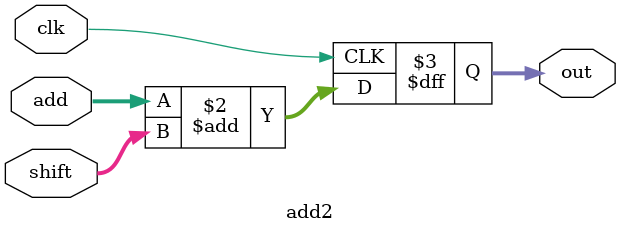
<source format=v>
module add2(add,shift,out,clk);
input[31:0]add,shift;
input clk;
output reg [31:0] out;
always@(posedge clk)
	out=add+shift;
endmodule

</source>
